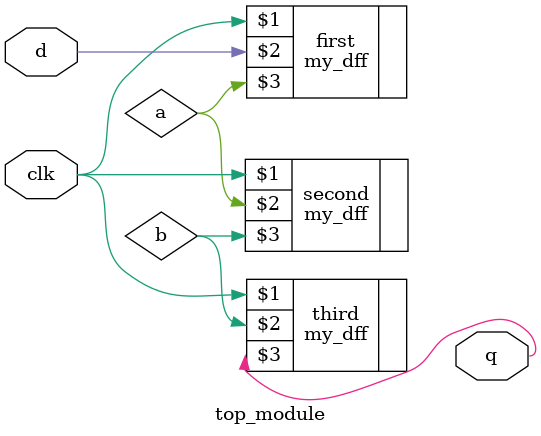
<source format=v>
module top_module ( input clk, input d, output q );
    wire a, b;
    my_dff first ( clk, d,  a);
    my_dff second ( clk, a, b);
    my_dff third ( clk, b, q );
    
endmodule
</source>
